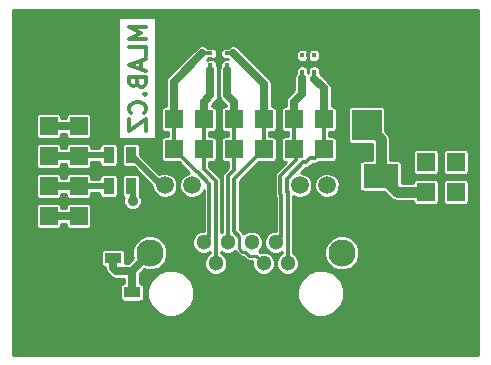
<source format=gbr>
G04 #@! TF.FileFunction,Copper,L2,Bot,Signal*
%FSLAX46Y46*%
G04 Gerber Fmt 4.6, Leading zero omitted, Abs format (unit mm)*
G04 Created by KiCad (PCBNEW 4.0.1-stable) date 18. 2. 2016 10:37:37*
%MOMM*%
G01*
G04 APERTURE LIST*
%ADD10C,0.300000*%
%ADD11R,0.299720X0.449580*%
%ADD12C,2.300000*%
%ADD13C,1.300000*%
%ADD14C,1.500000*%
%ADD15R,1.524000X1.524000*%
%ADD16R,1.397000X0.889000*%
%ADD17C,6.000000*%
%ADD18R,0.889000X1.397000*%
%ADD19R,2.499360X2.550160*%
%ADD20R,0.449580X0.299720*%
%ADD21R,3.000000X2.000000*%
%ADD22C,0.890000*%
%ADD23C,0.900000*%
%ADD24C,0.700000*%
%ADD25C,0.250000*%
%ADD26C,0.500000*%
%ADD27C,0.254000*%
G04 APERTURE END LIST*
D10*
X11872833Y28387928D02*
X10472833Y28387928D01*
X11472833Y27887928D01*
X10472833Y27387928D01*
X11872833Y27387928D01*
X11872833Y25959356D02*
X11872833Y26673642D01*
X10472833Y26673642D01*
X11472833Y25530785D02*
X11472833Y24816499D01*
X11872833Y25673642D02*
X10472833Y25173642D01*
X11872833Y24673642D01*
X11139500Y23673642D02*
X11206167Y23459356D01*
X11272833Y23387928D01*
X11406167Y23316499D01*
X11606167Y23316499D01*
X11739500Y23387928D01*
X11806167Y23459356D01*
X11872833Y23602214D01*
X11872833Y24173642D01*
X10472833Y24173642D01*
X10472833Y23673642D01*
X10539500Y23530785D01*
X10606167Y23459356D01*
X10739500Y23387928D01*
X10872833Y23387928D01*
X11006167Y23459356D01*
X11072833Y23530785D01*
X11139500Y23673642D01*
X11139500Y24173642D01*
X11739500Y22673642D02*
X11806167Y22602214D01*
X11872833Y22673642D01*
X11806167Y22745071D01*
X11739500Y22673642D01*
X11872833Y22673642D01*
X11739500Y21102213D02*
X11806167Y21173642D01*
X11872833Y21387928D01*
X11872833Y21530785D01*
X11806167Y21745070D01*
X11672833Y21887928D01*
X11539500Y21959356D01*
X11272833Y22030785D01*
X11072833Y22030785D01*
X10806167Y21959356D01*
X10672833Y21887928D01*
X10539500Y21745070D01*
X10472833Y21530785D01*
X10472833Y21387928D01*
X10539500Y21173642D01*
X10606167Y21102213D01*
X10472833Y20602213D02*
X10472833Y19602213D01*
X11872833Y20602213D01*
X11872833Y19602213D01*
D11*
X25090120Y25974040D03*
X26090880Y25974040D03*
X25090120Y24571960D03*
X25590500Y25974040D03*
X26090880Y24571960D03*
D12*
X28450000Y9272000D03*
X12190000Y9272000D03*
D13*
X17780000Y8382000D03*
X19810000Y8382000D03*
X21840000Y8382000D03*
X23870000Y8382000D03*
X16760000Y10162000D03*
X18790000Y10162000D03*
X20820000Y10162000D03*
X22850000Y10162000D03*
D14*
X27180000Y14982000D03*
X24890000Y14982000D03*
X15750000Y14982000D03*
X13460000Y14982000D03*
D15*
X35560000Y19494500D03*
X38100000Y19494500D03*
X35560000Y16954500D03*
X38100000Y16954500D03*
X35560000Y14414500D03*
X38100000Y14414500D03*
X35560000Y11874500D03*
X38100000Y11874500D03*
D16*
X10668000Y5905500D03*
X10668000Y4000500D03*
D15*
X6159500Y12382500D03*
X3619500Y12382500D03*
X6159500Y14922500D03*
X3619500Y14922500D03*
X6159500Y17462500D03*
X3619500Y17462500D03*
X14224000Y18034000D03*
X14224000Y20574000D03*
X16764000Y18034000D03*
X16764000Y20574000D03*
D17*
X5080000Y25400000D03*
X35560000Y5080000D03*
X5080000Y5080000D03*
X35560000Y25400000D03*
D18*
X8699500Y14922500D03*
X10604500Y14922500D03*
X8699500Y17526000D03*
X10604500Y17526000D03*
D16*
X9080500Y10731500D03*
X9080500Y8826500D03*
D15*
X6159500Y20002500D03*
X3619500Y20002500D03*
D19*
X30543500Y25130760D03*
X30543500Y20081240D03*
D15*
X19304000Y18034000D03*
X19304000Y20574000D03*
X21844000Y18034000D03*
X21844000Y20574000D03*
X26924000Y18034000D03*
X26924000Y20574000D03*
X24384000Y18034000D03*
X24384000Y20574000D03*
D20*
X17332960Y25153620D03*
X17332960Y26154380D03*
X18735040Y25153620D03*
X17332960Y25654000D03*
X18735040Y26154380D03*
D21*
X31750000Y9763500D03*
X31750000Y15763500D03*
D22*
X10731500Y13652500D03*
D23*
X31750000Y15763500D02*
X31750000Y18874740D01*
X31750000Y18874740D02*
X30543500Y20081240D01*
X35560000Y14414500D02*
X33099000Y14414500D01*
X33099000Y14414500D02*
X31750000Y15763500D01*
D24*
X14224000Y20574000D02*
X14224000Y23749000D01*
X14224000Y23749000D02*
X16637000Y26162000D01*
D10*
X16800550Y26162000D02*
X16637000Y26162000D01*
X17332960Y26154380D02*
X16808170Y26154380D01*
X16808170Y26154380D02*
X16800550Y26162000D01*
X14224000Y18034000D02*
X14224000Y20574000D01*
X16760000Y10162000D02*
X17230001Y10632001D01*
X16175999Y16082001D02*
X14224000Y18034000D01*
X17230001Y10632001D02*
X17230001Y15130001D01*
X17230001Y15130001D02*
X16278001Y16082001D01*
X16278001Y16082001D02*
X16175999Y16082001D01*
D24*
X16764000Y20574000D02*
X16764000Y22036000D01*
X17332960Y22604960D02*
X17332960Y24703760D01*
X16764000Y22036000D02*
X17332960Y22604960D01*
D10*
X17332960Y25153620D02*
X17332960Y24703760D01*
X17332960Y24703760D02*
X17335500Y24701220D01*
X17332960Y21142960D02*
X16764000Y20574000D01*
X16764000Y18034000D02*
X16764000Y20574000D01*
X17780000Y15357806D02*
X16764000Y16373806D01*
X16764000Y16373806D02*
X16764000Y18034000D01*
X17780000Y8382000D02*
X17780000Y15357806D01*
D24*
X21844000Y20574000D02*
X21844000Y23570210D01*
X21844000Y23570210D02*
X19259830Y26154380D01*
D10*
X18735040Y26154380D02*
X19259830Y26154380D01*
X19259830Y26154380D02*
X19267450Y26162000D01*
X21844000Y18034000D02*
X21844000Y20574000D01*
D25*
X19790001Y10642001D02*
X19790001Y9618119D01*
X19790001Y9618119D02*
X20033581Y9374539D01*
X20033581Y9374539D02*
X20236781Y9374539D01*
X21840000Y8382000D02*
X21190001Y9031999D01*
X21190001Y9031999D02*
X20579321Y9031999D01*
X20579321Y9031999D02*
X20236781Y9374539D01*
D10*
X19339999Y11092003D02*
X19790001Y10642001D01*
X19339999Y15529999D02*
X19339999Y11092003D01*
X19339999Y15529999D02*
X19692908Y15882908D01*
X19692908Y15882908D02*
X21844000Y18034000D01*
D24*
X19304000Y20574000D02*
X19304000Y22036000D01*
X19304000Y22036000D02*
X18735040Y22604960D01*
X18735040Y22604960D02*
X18735040Y24767540D01*
D10*
X18735040Y25153620D02*
X18735040Y24767540D01*
X19304000Y18034000D02*
X19304000Y20574000D01*
X18790000Y15757817D02*
X19304000Y16271817D01*
X18790000Y10162000D02*
X18790000Y15757817D01*
X19304000Y16271817D02*
X19304000Y18034000D01*
X24384000Y18034000D02*
X24384000Y17462500D01*
X23240009Y14226185D02*
X23320001Y14146193D01*
X24384000Y17462500D02*
X24574500Y17272000D01*
X23320001Y15834909D02*
X23320001Y15817807D01*
X24574500Y17272000D02*
X24574500Y17089408D01*
X24574500Y17089408D02*
X23320001Y15834909D01*
X23320001Y15817807D02*
X23240008Y15737814D01*
X23240008Y15737814D02*
X23240009Y14226185D01*
X23320001Y14146193D02*
X23320001Y10632001D01*
X23320001Y10632001D02*
X22850000Y10162000D01*
D24*
X24384000Y20574000D02*
X24384000Y22036000D01*
X24384000Y22036000D02*
X25090120Y22742120D01*
X25090120Y22742120D02*
X25090120Y24047170D01*
D10*
X25090120Y24571960D02*
X25090120Y24047170D01*
X25090120Y24047170D02*
X25082500Y24039550D01*
X22852380Y10159620D02*
X22850000Y10162000D01*
X24384000Y18034000D02*
X24384000Y20574000D01*
X26924000Y18034000D02*
X26162000Y17272000D01*
X26162000Y17272000D02*
X25776002Y17272000D01*
X23870000Y15607092D02*
X23870000Y15590002D01*
X25776002Y17272000D02*
X25426001Y16921999D01*
X25426001Y16921999D02*
X25184907Y16921999D01*
X23870000Y15590002D02*
X23789999Y15510001D01*
X25184907Y16921999D02*
X23870000Y15607092D01*
X23789999Y15510001D02*
X23789999Y14453999D01*
X23789999Y14453999D02*
X23870000Y14373998D01*
X23870000Y14373998D02*
X23870000Y10632000D01*
X23870000Y10632000D02*
X23870000Y8382000D01*
D24*
X26924000Y20574000D02*
X26924000Y23177500D01*
X26924000Y23177500D02*
X26090880Y24010620D01*
D10*
X26090880Y24571960D02*
X26090880Y24010620D01*
X26924000Y18034000D02*
X26924000Y20574000D01*
D24*
X9331500Y7750000D02*
X9080500Y8001000D01*
X9080500Y8001000D02*
X9080500Y8826500D01*
X10668000Y7750000D02*
X9331500Y7750000D01*
X10668000Y5905500D02*
X10668000Y7750000D01*
X10668000Y7750000D02*
X12190000Y9272000D01*
X11744500Y8826500D02*
X12190000Y9272000D01*
X3619500Y20002500D02*
X6159500Y20002500D01*
X3619500Y12382500D02*
X6159500Y12382500D01*
X3619500Y14922500D02*
X6159500Y14922500D01*
D26*
X8699500Y14922500D02*
X6159500Y14922500D01*
D24*
X3619500Y17462500D02*
X6159500Y17462500D01*
D26*
X8699500Y17526000D02*
X6223000Y17526000D01*
X6223000Y17526000D02*
X6159500Y17462500D01*
X10731500Y13652500D02*
X10731500Y14795500D01*
X10731500Y14795500D02*
X10604500Y14922500D01*
X13460000Y14982000D02*
X13148500Y14982000D01*
X13148500Y14982000D02*
X10604500Y17526000D01*
D27*
G36*
X40009000Y631000D02*
X631000Y631000D01*
X631000Y9271000D01*
X8048594Y9271000D01*
X8048594Y8382000D01*
X8071395Y8260821D01*
X8143012Y8149526D01*
X8252286Y8074862D01*
X8382000Y8048594D01*
X8403500Y8048594D01*
X8403500Y8001000D01*
X8455034Y7741923D01*
X8601789Y7522289D01*
X8852789Y7271288D01*
X9072424Y7124533D01*
X9331500Y7073000D01*
X9991000Y7073000D01*
X9991000Y6683406D01*
X9969500Y6683406D01*
X9848321Y6660605D01*
X9737026Y6588988D01*
X9662362Y6479714D01*
X9636094Y6350000D01*
X9636094Y5461000D01*
X9658895Y5339821D01*
X9730512Y5228526D01*
X9839786Y5153862D01*
X9969500Y5127594D01*
X11366500Y5127594D01*
X11487679Y5150395D01*
X11598974Y5222012D01*
X11673638Y5331286D01*
X11697774Y5450476D01*
X11992657Y5450476D01*
X12293003Y4723582D01*
X12848657Y4166958D01*
X13575025Y3865344D01*
X14361524Y3864657D01*
X15088418Y4165003D01*
X15645042Y4720657D01*
X15946656Y5447025D01*
X15946659Y5450476D01*
X24692657Y5450476D01*
X24993003Y4723582D01*
X25548657Y4166958D01*
X26275025Y3865344D01*
X27061524Y3864657D01*
X27788418Y4165003D01*
X28345042Y4720657D01*
X28646656Y5447025D01*
X28647343Y6233524D01*
X28346997Y6960418D01*
X27791343Y7517042D01*
X27064975Y7818656D01*
X26278476Y7819343D01*
X25551582Y7518997D01*
X24994958Y6963343D01*
X24693344Y6236975D01*
X24692657Y5450476D01*
X15946659Y5450476D01*
X15947343Y6233524D01*
X15646997Y6960418D01*
X15091343Y7517042D01*
X14364975Y7818656D01*
X13578476Y7819343D01*
X12851582Y7518997D01*
X12294958Y6963343D01*
X11993344Y6236975D01*
X11992657Y5450476D01*
X11697774Y5450476D01*
X11699906Y5461000D01*
X11699906Y6350000D01*
X11677105Y6471179D01*
X11605488Y6582474D01*
X11496214Y6657138D01*
X11366500Y6683406D01*
X11345000Y6683406D01*
X11345000Y7469578D01*
X11736472Y7861050D01*
X11894918Y7795257D01*
X12482505Y7794744D01*
X13025560Y8019130D01*
X13441409Y8434254D01*
X13666743Y8976918D01*
X13667256Y9564505D01*
X13442870Y10107560D01*
X13027746Y10523409D01*
X12485082Y10748743D01*
X11897495Y10749256D01*
X11354440Y10524870D01*
X10938591Y10109746D01*
X10713257Y9567082D01*
X10712744Y8979495D01*
X10779211Y8818633D01*
X10387578Y8427000D01*
X10112406Y8427000D01*
X10112406Y9271000D01*
X10089605Y9392179D01*
X10017988Y9503474D01*
X9908714Y9578138D01*
X9779000Y9604406D01*
X8382000Y9604406D01*
X8260821Y9581605D01*
X8149526Y9509988D01*
X8074862Y9400714D01*
X8048594Y9271000D01*
X631000Y9271000D01*
X631000Y13144500D01*
X2524094Y13144500D01*
X2524094Y11620500D01*
X2546895Y11499321D01*
X2618512Y11388026D01*
X2727786Y11313362D01*
X2857500Y11287094D01*
X4381500Y11287094D01*
X4502679Y11309895D01*
X4613974Y11381512D01*
X4688638Y11490786D01*
X4714906Y11620500D01*
X4714906Y11705500D01*
X5064094Y11705500D01*
X5064094Y11620500D01*
X5086895Y11499321D01*
X5158512Y11388026D01*
X5267786Y11313362D01*
X5397500Y11287094D01*
X6921500Y11287094D01*
X7042679Y11309895D01*
X7153974Y11381512D01*
X7228638Y11490786D01*
X7254906Y11620500D01*
X7254906Y13144500D01*
X7232105Y13265679D01*
X7160488Y13376974D01*
X7051214Y13451638D01*
X6921500Y13477906D01*
X5397500Y13477906D01*
X5276321Y13455105D01*
X5165026Y13383488D01*
X5090362Y13274214D01*
X5064094Y13144500D01*
X5064094Y13059500D01*
X4714906Y13059500D01*
X4714906Y13144500D01*
X4692105Y13265679D01*
X4620488Y13376974D01*
X4511214Y13451638D01*
X4381500Y13477906D01*
X2857500Y13477906D01*
X2736321Y13455105D01*
X2625026Y13383488D01*
X2550362Y13274214D01*
X2524094Y13144500D01*
X631000Y13144500D01*
X631000Y15684500D01*
X2524094Y15684500D01*
X2524094Y14160500D01*
X2546895Y14039321D01*
X2618512Y13928026D01*
X2727786Y13853362D01*
X2857500Y13827094D01*
X4381500Y13827094D01*
X4502679Y13849895D01*
X4613974Y13921512D01*
X4688638Y14030786D01*
X4714906Y14160500D01*
X4714906Y14245500D01*
X5064094Y14245500D01*
X5064094Y14160500D01*
X5086895Y14039321D01*
X5158512Y13928026D01*
X5267786Y13853362D01*
X5397500Y13827094D01*
X6921500Y13827094D01*
X7042679Y13849895D01*
X7153974Y13921512D01*
X7228638Y14030786D01*
X7254906Y14160500D01*
X7254906Y14345500D01*
X7921594Y14345500D01*
X7921594Y14224000D01*
X7944395Y14102821D01*
X8016012Y13991526D01*
X8125286Y13916862D01*
X8255000Y13890594D01*
X9144000Y13890594D01*
X9265179Y13913395D01*
X9376474Y13985012D01*
X9451138Y14094286D01*
X9477406Y14224000D01*
X9477406Y15621000D01*
X9826594Y15621000D01*
X9826594Y14224000D01*
X9849395Y14102821D01*
X9921012Y13991526D01*
X10010872Y13930127D01*
X9959635Y13806734D01*
X9959367Y13499613D01*
X10076649Y13215769D01*
X10293626Y12998412D01*
X10577266Y12880635D01*
X10884387Y12880367D01*
X11168231Y12997649D01*
X11385588Y13214626D01*
X11503365Y13498266D01*
X11503633Y13805387D01*
X11386351Y14089231D01*
X11360382Y14115245D01*
X11382406Y14224000D01*
X11382406Y15621000D01*
X11359605Y15742179D01*
X11287988Y15853474D01*
X11178714Y15928138D01*
X11049000Y15954406D01*
X10160000Y15954406D01*
X10038821Y15931605D01*
X9927526Y15859988D01*
X9852862Y15750714D01*
X9826594Y15621000D01*
X9477406Y15621000D01*
X9454605Y15742179D01*
X9382988Y15853474D01*
X9273714Y15928138D01*
X9144000Y15954406D01*
X8255000Y15954406D01*
X8133821Y15931605D01*
X8022526Y15859988D01*
X7947862Y15750714D01*
X7921594Y15621000D01*
X7921594Y15499500D01*
X7254906Y15499500D01*
X7254906Y15684500D01*
X7232105Y15805679D01*
X7160488Y15916974D01*
X7051214Y15991638D01*
X6921500Y16017906D01*
X5397500Y16017906D01*
X5276321Y15995105D01*
X5165026Y15923488D01*
X5090362Y15814214D01*
X5064094Y15684500D01*
X5064094Y15599500D01*
X4714906Y15599500D01*
X4714906Y15684500D01*
X4692105Y15805679D01*
X4620488Y15916974D01*
X4511214Y15991638D01*
X4381500Y16017906D01*
X2857500Y16017906D01*
X2736321Y15995105D01*
X2625026Y15923488D01*
X2550362Y15814214D01*
X2524094Y15684500D01*
X631000Y15684500D01*
X631000Y18224500D01*
X2524094Y18224500D01*
X2524094Y16700500D01*
X2546895Y16579321D01*
X2618512Y16468026D01*
X2727786Y16393362D01*
X2857500Y16367094D01*
X4381500Y16367094D01*
X4502679Y16389895D01*
X4613974Y16461512D01*
X4688638Y16570786D01*
X4714906Y16700500D01*
X4714906Y16785500D01*
X5064094Y16785500D01*
X5064094Y16700500D01*
X5086895Y16579321D01*
X5158512Y16468026D01*
X5267786Y16393362D01*
X5397500Y16367094D01*
X6921500Y16367094D01*
X7042679Y16389895D01*
X7153974Y16461512D01*
X7228638Y16570786D01*
X7254906Y16700500D01*
X7254906Y16949000D01*
X7921594Y16949000D01*
X7921594Y16827500D01*
X7944395Y16706321D01*
X8016012Y16595026D01*
X8125286Y16520362D01*
X8255000Y16494094D01*
X9144000Y16494094D01*
X9265179Y16516895D01*
X9376474Y16588512D01*
X9451138Y16697786D01*
X9477406Y16827500D01*
X9477406Y18224500D01*
X9826594Y18224500D01*
X9826594Y16827500D01*
X9849395Y16706321D01*
X9921012Y16595026D01*
X10030286Y16520362D01*
X10160000Y16494094D01*
X10820404Y16494094D01*
X12382955Y14931544D01*
X12382813Y14768711D01*
X12546431Y14372725D01*
X12849132Y14069496D01*
X13244832Y13905187D01*
X13673289Y13904813D01*
X14069275Y14068431D01*
X14372504Y14371132D01*
X14536813Y14766832D01*
X14537187Y15195289D01*
X14373569Y15591275D01*
X14070868Y15894504D01*
X13675168Y16058813D01*
X13246711Y16059187D01*
X12992395Y15954106D01*
X11382406Y17564096D01*
X11382406Y18224500D01*
X11359605Y18345679D01*
X11287988Y18456974D01*
X11178714Y18531638D01*
X11049000Y18557906D01*
X10160000Y18557906D01*
X10038821Y18535105D01*
X9927526Y18463488D01*
X9852862Y18354214D01*
X9826594Y18224500D01*
X9477406Y18224500D01*
X9454605Y18345679D01*
X9382988Y18456974D01*
X9273714Y18531638D01*
X9144000Y18557906D01*
X8255000Y18557906D01*
X8133821Y18535105D01*
X8022526Y18463488D01*
X7947862Y18354214D01*
X7921594Y18224500D01*
X7921594Y18103000D01*
X7254906Y18103000D01*
X7254906Y18224500D01*
X7232105Y18345679D01*
X7160488Y18456974D01*
X7051214Y18531638D01*
X6921500Y18557906D01*
X5397500Y18557906D01*
X5276321Y18535105D01*
X5165026Y18463488D01*
X5090362Y18354214D01*
X5064094Y18224500D01*
X5064094Y18139500D01*
X4714906Y18139500D01*
X4714906Y18224500D01*
X4692105Y18345679D01*
X4620488Y18456974D01*
X4511214Y18531638D01*
X4381500Y18557906D01*
X2857500Y18557906D01*
X2736321Y18535105D01*
X2625026Y18463488D01*
X2550362Y18354214D01*
X2524094Y18224500D01*
X631000Y18224500D01*
X631000Y20764500D01*
X2524094Y20764500D01*
X2524094Y19240500D01*
X2546895Y19119321D01*
X2618512Y19008026D01*
X2727786Y18933362D01*
X2857500Y18907094D01*
X4381500Y18907094D01*
X4502679Y18929895D01*
X4613974Y19001512D01*
X4688638Y19110786D01*
X4714906Y19240500D01*
X4714906Y19325500D01*
X5064094Y19325500D01*
X5064094Y19240500D01*
X5086895Y19119321D01*
X5158512Y19008026D01*
X5267786Y18933362D01*
X5397500Y18907094D01*
X6921500Y18907094D01*
X7042679Y18929895D01*
X7153974Y19001512D01*
X7228638Y19110786D01*
X7254906Y19240500D01*
X7254906Y20764500D01*
X7232105Y20885679D01*
X7160488Y20996974D01*
X7051214Y21071638D01*
X6921500Y21097906D01*
X5397500Y21097906D01*
X5276321Y21075105D01*
X5165026Y21003488D01*
X5090362Y20894214D01*
X5064094Y20764500D01*
X5064094Y20679500D01*
X4714906Y20679500D01*
X4714906Y20764500D01*
X4692105Y20885679D01*
X4620488Y20996974D01*
X4511214Y21071638D01*
X4381500Y21097906D01*
X2857500Y21097906D01*
X2736321Y21075105D01*
X2625026Y21003488D01*
X2550362Y20894214D01*
X2524094Y20764500D01*
X631000Y20764500D01*
X631000Y29222072D01*
X9482500Y29222072D01*
X9482500Y18910929D01*
X12696500Y18910929D01*
X12696500Y21336000D01*
X13128594Y21336000D01*
X13128594Y19812000D01*
X13151395Y19690821D01*
X13223012Y19579526D01*
X13332286Y19504862D01*
X13462000Y19478594D01*
X13747000Y19478594D01*
X13747000Y19129406D01*
X13462000Y19129406D01*
X13340821Y19106605D01*
X13229526Y19034988D01*
X13154862Y18925714D01*
X13128594Y18796000D01*
X13128594Y17272000D01*
X13151395Y17150821D01*
X13223012Y17039526D01*
X13332286Y16964862D01*
X13462000Y16938594D01*
X14644826Y16938594D01*
X15527881Y16055539D01*
X15140725Y15895569D01*
X14837496Y15592868D01*
X14673187Y15197168D01*
X14672813Y14768711D01*
X14836431Y14372725D01*
X15139132Y14069496D01*
X15534832Y13905187D01*
X15963289Y13904813D01*
X16359275Y14068431D01*
X16662504Y14371132D01*
X16753001Y14589073D01*
X16753001Y11139007D01*
X16566515Y11139170D01*
X16207297Y10990744D01*
X15932222Y10716149D01*
X15783170Y10357190D01*
X15782830Y9968515D01*
X15931256Y9609297D01*
X16205851Y9334222D01*
X16564810Y9185170D01*
X16953485Y9184830D01*
X17303000Y9329247D01*
X17303000Y9242024D01*
X17227297Y9210744D01*
X16952222Y8936149D01*
X16803170Y8577190D01*
X16802830Y8188515D01*
X16951256Y7829297D01*
X17225851Y7554222D01*
X17584810Y7405170D01*
X17973485Y7404830D01*
X18332703Y7553256D01*
X18607778Y7827851D01*
X18756830Y8186810D01*
X18757170Y8575485D01*
X18608744Y8934703D01*
X18334149Y9209778D01*
X18257000Y9241813D01*
X18257000Y9325440D01*
X18594810Y9185170D01*
X18983485Y9184830D01*
X19342703Y9333256D01*
X19405370Y9395814D01*
X19470389Y9298507D01*
X19713969Y9054927D01*
X19860608Y8956945D01*
X20033581Y8922539D01*
X20049557Y8922539D01*
X20259709Y8712387D01*
X20406348Y8614405D01*
X20579321Y8579999D01*
X20864336Y8579999D01*
X20863170Y8577190D01*
X20862830Y8188515D01*
X21011256Y7829297D01*
X21285851Y7554222D01*
X21644810Y7405170D01*
X22033485Y7404830D01*
X22392703Y7553256D01*
X22667778Y7827851D01*
X22816830Y8186810D01*
X22817170Y8575485D01*
X22668744Y8934703D01*
X22394149Y9209778D01*
X22035190Y9358830D01*
X21646515Y9359170D01*
X21544292Y9316932D01*
X21509613Y9351611D01*
X21438614Y9399052D01*
X21647778Y9607851D01*
X21796830Y9966810D01*
X21796831Y9968515D01*
X21872830Y9968515D01*
X22021256Y9609297D01*
X22295851Y9334222D01*
X22654810Y9185170D01*
X23043485Y9184830D01*
X23393000Y9329247D01*
X23393000Y9242024D01*
X23317297Y9210744D01*
X23042222Y8936149D01*
X22893170Y8577190D01*
X22892830Y8188515D01*
X23041256Y7829297D01*
X23315851Y7554222D01*
X23674810Y7405170D01*
X24063485Y7404830D01*
X24422703Y7553256D01*
X24697778Y7827851D01*
X24846830Y8186810D01*
X24847170Y8575485D01*
X24698744Y8934703D01*
X24654031Y8979495D01*
X26972744Y8979495D01*
X27197130Y8436440D01*
X27612254Y8020591D01*
X28154918Y7795257D01*
X28742505Y7794744D01*
X29285560Y8019130D01*
X29701409Y8434254D01*
X29926743Y8976918D01*
X29927256Y9564505D01*
X29702870Y10107560D01*
X29287746Y10523409D01*
X28745082Y10748743D01*
X28157495Y10749256D01*
X27614440Y10524870D01*
X27198591Y10109746D01*
X26973257Y9567082D01*
X26972744Y8979495D01*
X24654031Y8979495D01*
X24424149Y9209778D01*
X24347000Y9241813D01*
X24347000Y14041315D01*
X24674832Y13905187D01*
X25103289Y13904813D01*
X25499275Y14068431D01*
X25802504Y14371132D01*
X25966813Y14766832D01*
X25966814Y14768711D01*
X26102813Y14768711D01*
X26266431Y14372725D01*
X26569132Y14069496D01*
X26964832Y13905187D01*
X27393289Y13904813D01*
X27789275Y14068431D01*
X28092504Y14371132D01*
X28256813Y14766832D01*
X28257187Y15195289D01*
X28093569Y15591275D01*
X27790868Y15894504D01*
X27395168Y16058813D01*
X26966711Y16059187D01*
X26570725Y15895569D01*
X26267496Y15592868D01*
X26103187Y15197168D01*
X26102813Y14768711D01*
X25966814Y14768711D01*
X25967187Y15195289D01*
X25803569Y15591275D01*
X25500868Y15894504D01*
X25105168Y16058813D01*
X24996396Y16058908D01*
X25382487Y16444999D01*
X25426001Y16444999D01*
X25608541Y16481308D01*
X25763291Y16584709D01*
X25973582Y16795000D01*
X26162000Y16795000D01*
X26344540Y16831309D01*
X26499290Y16934710D01*
X26503174Y16938594D01*
X27686000Y16938594D01*
X27807179Y16961395D01*
X27918474Y17033012D01*
X27993138Y17142286D01*
X28019406Y17272000D01*
X28019406Y18796000D01*
X27996605Y18917179D01*
X27924988Y19028474D01*
X27815714Y19103138D01*
X27686000Y19129406D01*
X27401000Y19129406D01*
X27401000Y19478594D01*
X27686000Y19478594D01*
X27807179Y19501395D01*
X27918474Y19573012D01*
X27993138Y19682286D01*
X28019406Y19812000D01*
X28019406Y21336000D01*
X28015583Y21356320D01*
X28960414Y21356320D01*
X28960414Y18806160D01*
X28983215Y18684981D01*
X29054832Y18573686D01*
X29164106Y18499022D01*
X29293820Y18472754D01*
X30973000Y18472754D01*
X30973000Y17096906D01*
X30250000Y17096906D01*
X30128821Y17074105D01*
X30017526Y17002488D01*
X29942862Y16893214D01*
X29916594Y16763500D01*
X29916594Y14763500D01*
X29939395Y14642321D01*
X30011012Y14531026D01*
X30120286Y14456362D01*
X30250000Y14430094D01*
X31984562Y14430094D01*
X32549578Y13865078D01*
X32801655Y13696646D01*
X33099000Y13637500D01*
X34467416Y13637500D01*
X34487395Y13531321D01*
X34559012Y13420026D01*
X34668286Y13345362D01*
X34798000Y13319094D01*
X36322000Y13319094D01*
X36443179Y13341895D01*
X36554474Y13413512D01*
X36629138Y13522786D01*
X36655406Y13652500D01*
X36655406Y15176500D01*
X37004594Y15176500D01*
X37004594Y13652500D01*
X37027395Y13531321D01*
X37099012Y13420026D01*
X37208286Y13345362D01*
X37338000Y13319094D01*
X38862000Y13319094D01*
X38983179Y13341895D01*
X39094474Y13413512D01*
X39169138Y13522786D01*
X39195406Y13652500D01*
X39195406Y15176500D01*
X39172605Y15297679D01*
X39100988Y15408974D01*
X38991714Y15483638D01*
X38862000Y15509906D01*
X37338000Y15509906D01*
X37216821Y15487105D01*
X37105526Y15415488D01*
X37030862Y15306214D01*
X37004594Y15176500D01*
X36655406Y15176500D01*
X36632605Y15297679D01*
X36560988Y15408974D01*
X36451714Y15483638D01*
X36322000Y15509906D01*
X34798000Y15509906D01*
X34676821Y15487105D01*
X34565526Y15415488D01*
X34490862Y15306214D01*
X34467632Y15191500D01*
X33583406Y15191500D01*
X33583406Y16763500D01*
X33560605Y16884679D01*
X33488988Y16995974D01*
X33379714Y17070638D01*
X33250000Y17096906D01*
X32527000Y17096906D01*
X32527000Y17716500D01*
X34464594Y17716500D01*
X34464594Y16192500D01*
X34487395Y16071321D01*
X34559012Y15960026D01*
X34668286Y15885362D01*
X34798000Y15859094D01*
X36322000Y15859094D01*
X36443179Y15881895D01*
X36554474Y15953512D01*
X36629138Y16062786D01*
X36655406Y16192500D01*
X36655406Y17716500D01*
X37004594Y17716500D01*
X37004594Y16192500D01*
X37027395Y16071321D01*
X37099012Y15960026D01*
X37208286Y15885362D01*
X37338000Y15859094D01*
X38862000Y15859094D01*
X38983179Y15881895D01*
X39094474Y15953512D01*
X39169138Y16062786D01*
X39195406Y16192500D01*
X39195406Y17716500D01*
X39172605Y17837679D01*
X39100988Y17948974D01*
X38991714Y18023638D01*
X38862000Y18049906D01*
X37338000Y18049906D01*
X37216821Y18027105D01*
X37105526Y17955488D01*
X37030862Y17846214D01*
X37004594Y17716500D01*
X36655406Y17716500D01*
X36632605Y17837679D01*
X36560988Y17948974D01*
X36451714Y18023638D01*
X36322000Y18049906D01*
X34798000Y18049906D01*
X34676821Y18027105D01*
X34565526Y17955488D01*
X34490862Y17846214D01*
X34464594Y17716500D01*
X32527000Y17716500D01*
X32527000Y18874740D01*
X32467854Y19172085D01*
X32299422Y19424162D01*
X32126586Y19596998D01*
X32126586Y21356320D01*
X32103785Y21477499D01*
X32032168Y21588794D01*
X31922894Y21663458D01*
X31793180Y21689726D01*
X29293820Y21689726D01*
X29172641Y21666925D01*
X29061346Y21595308D01*
X28986682Y21486034D01*
X28960414Y21356320D01*
X28015583Y21356320D01*
X27996605Y21457179D01*
X27924988Y21568474D01*
X27815714Y21643138D01*
X27686000Y21669406D01*
X27601000Y21669406D01*
X27601000Y23177500D01*
X27582543Y23270289D01*
X27549467Y23436576D01*
X27402712Y23656211D01*
X26574146Y24484776D01*
X26574146Y24796750D01*
X26551345Y24917929D01*
X26479728Y25029224D01*
X26370454Y25103888D01*
X26240740Y25130156D01*
X25941020Y25130156D01*
X25819841Y25107355D01*
X25708546Y25035738D01*
X25633882Y24926464D01*
X25607614Y24796750D01*
X25607614Y24482514D01*
X25602711Y24475176D01*
X25573386Y24519064D01*
X25573386Y24796750D01*
X25550585Y24917929D01*
X25478968Y25029224D01*
X25369694Y25103888D01*
X25239980Y25130156D01*
X24940260Y25130156D01*
X24819081Y25107355D01*
X24707786Y25035738D01*
X24633122Y24926464D01*
X24606854Y24796750D01*
X24606854Y24519064D01*
X24464654Y24306247D01*
X24413120Y24047170D01*
X24413120Y23022543D01*
X23905289Y22514711D01*
X23758534Y22295077D01*
X23707000Y22036000D01*
X23707000Y21669406D01*
X23622000Y21669406D01*
X23500821Y21646605D01*
X23389526Y21574988D01*
X23314862Y21465714D01*
X23288594Y21336000D01*
X23288594Y19812000D01*
X23311395Y19690821D01*
X23383012Y19579526D01*
X23492286Y19504862D01*
X23622000Y19478594D01*
X23907000Y19478594D01*
X23907000Y19129406D01*
X23622000Y19129406D01*
X23500821Y19106605D01*
X23389526Y19034988D01*
X23314862Y18925714D01*
X23288594Y18796000D01*
X23288594Y17272000D01*
X23311395Y17150821D01*
X23383012Y17039526D01*
X23492286Y16964862D01*
X23622000Y16938594D01*
X23749106Y16938594D01*
X22982711Y16172199D01*
X22948273Y16120659D01*
X22902718Y16075104D01*
X22799317Y15920354D01*
X22763008Y15737814D01*
X22763009Y14226185D01*
X22799318Y14043645D01*
X22843001Y13978269D01*
X22843001Y11139007D01*
X22656515Y11139170D01*
X22297297Y10990744D01*
X22022222Y10716149D01*
X21873170Y10357190D01*
X21872830Y9968515D01*
X21796831Y9968515D01*
X21797170Y10355485D01*
X21648744Y10714703D01*
X21374149Y10989778D01*
X21015190Y11138830D01*
X20626515Y11139170D01*
X20267297Y10990744D01*
X20178720Y10902322D01*
X20127291Y10979291D01*
X19816999Y11289583D01*
X19816999Y15332419D01*
X21423174Y16938594D01*
X22606000Y16938594D01*
X22727179Y16961395D01*
X22838474Y17033012D01*
X22913138Y17142286D01*
X22939406Y17272000D01*
X22939406Y18796000D01*
X22916605Y18917179D01*
X22844988Y19028474D01*
X22735714Y19103138D01*
X22606000Y19129406D01*
X22321000Y19129406D01*
X22321000Y19478594D01*
X22606000Y19478594D01*
X22727179Y19501395D01*
X22838474Y19573012D01*
X22913138Y19682286D01*
X22939406Y19812000D01*
X22939406Y21336000D01*
X22916605Y21457179D01*
X22844988Y21568474D01*
X22735714Y21643138D01*
X22606000Y21669406D01*
X22521000Y21669406D01*
X22521000Y23570210D01*
X22469466Y23829287D01*
X22322711Y24048921D01*
X20172802Y26198830D01*
X24606854Y26198830D01*
X24606854Y25749250D01*
X24629655Y25628071D01*
X24701272Y25516776D01*
X24810546Y25442112D01*
X24940260Y25415844D01*
X25239980Y25415844D01*
X25361159Y25438645D01*
X25472454Y25510262D01*
X25547118Y25619536D01*
X25573386Y25749250D01*
X25573386Y26198830D01*
X25607614Y26198830D01*
X25607614Y25749250D01*
X25630415Y25628071D01*
X25702032Y25516776D01*
X25811306Y25442112D01*
X25941020Y25415844D01*
X26240740Y25415844D01*
X26361919Y25438645D01*
X26473214Y25510262D01*
X26547878Y25619536D01*
X26574146Y25749250D01*
X26574146Y26198830D01*
X26551345Y26320009D01*
X26479728Y26431304D01*
X26370454Y26505968D01*
X26240740Y26532236D01*
X25941020Y26532236D01*
X25819841Y26509435D01*
X25708546Y26437818D01*
X25633882Y26328544D01*
X25607614Y26198830D01*
X25573386Y26198830D01*
X25550585Y26320009D01*
X25478968Y26431304D01*
X25369694Y26505968D01*
X25239980Y26532236D01*
X24940260Y26532236D01*
X24819081Y26509435D01*
X24707786Y26437818D01*
X24633122Y26328544D01*
X24606854Y26198830D01*
X20172802Y26198830D01*
X19738541Y26633091D01*
X19518906Y26779846D01*
X19259830Y26831380D01*
X19000754Y26779846D01*
X18787936Y26637646D01*
X18510250Y26637646D01*
X18389071Y26614845D01*
X18277776Y26543228D01*
X18203112Y26433954D01*
X18176844Y26304240D01*
X18176844Y26004520D01*
X18199645Y25883341D01*
X18271262Y25772046D01*
X18380536Y25697382D01*
X18510250Y25671114D01*
X18785674Y25671114D01*
X18819902Y25636886D01*
X18510250Y25636886D01*
X18389071Y25614085D01*
X18277776Y25542468D01*
X18203112Y25433194D01*
X18176844Y25303480D01*
X18176844Y25127293D01*
X18109574Y25026617D01*
X18058040Y24767540D01*
X18058040Y22604960D01*
X18109574Y22345883D01*
X18256329Y22126249D01*
X18627000Y21755578D01*
X18627000Y21669406D01*
X18542000Y21669406D01*
X18420821Y21646605D01*
X18309526Y21574988D01*
X18234862Y21465714D01*
X18208594Y21336000D01*
X18208594Y19812000D01*
X18231395Y19690821D01*
X18303012Y19579526D01*
X18412286Y19504862D01*
X18542000Y19478594D01*
X18827000Y19478594D01*
X18827000Y19129406D01*
X18542000Y19129406D01*
X18420821Y19106605D01*
X18309526Y19034988D01*
X18234862Y18925714D01*
X18208594Y18796000D01*
X18208594Y17272000D01*
X18231395Y17150821D01*
X18303012Y17039526D01*
X18412286Y16964862D01*
X18542000Y16938594D01*
X18827000Y16938594D01*
X18827000Y16469397D01*
X18452710Y16095107D01*
X18349309Y15940357D01*
X18313000Y15757817D01*
X18313000Y11022024D01*
X18257000Y10998885D01*
X18257000Y15357806D01*
X18220691Y15540346D01*
X18117290Y15695096D01*
X17241000Y16571386D01*
X17241000Y16938594D01*
X17526000Y16938594D01*
X17647179Y16961395D01*
X17758474Y17033012D01*
X17833138Y17142286D01*
X17859406Y17272000D01*
X17859406Y18796000D01*
X17836605Y18917179D01*
X17764988Y19028474D01*
X17655714Y19103138D01*
X17526000Y19129406D01*
X17241000Y19129406D01*
X17241000Y19478594D01*
X17526000Y19478594D01*
X17647179Y19501395D01*
X17758474Y19573012D01*
X17833138Y19682286D01*
X17859406Y19812000D01*
X17859406Y21336000D01*
X17836605Y21457179D01*
X17764988Y21568474D01*
X17655714Y21643138D01*
X17526000Y21669406D01*
X17441000Y21669406D01*
X17441000Y21755578D01*
X17811671Y22126249D01*
X17958426Y22345883D01*
X18009960Y22604960D01*
X18009960Y24703760D01*
X17958426Y24962837D01*
X17891156Y25063513D01*
X17891156Y25303480D01*
X17868355Y25424659D01*
X17796738Y25535954D01*
X17687464Y25610618D01*
X17557750Y25636886D01*
X17108170Y25636886D01*
X17060302Y25627879D01*
X17104317Y25671894D01*
X17108170Y25671114D01*
X17557750Y25671114D01*
X17678929Y25693915D01*
X17790224Y25765532D01*
X17864888Y25874806D01*
X17891156Y26004520D01*
X17891156Y26304240D01*
X17868355Y26425419D01*
X17796738Y26536714D01*
X17687464Y26611378D01*
X17557750Y26637646D01*
X17117759Y26637646D01*
X17115711Y26640711D01*
X16896076Y26787466D01*
X16637000Y26838999D01*
X16377924Y26787466D01*
X16158288Y26640711D01*
X13745289Y24227711D01*
X13598534Y24008077D01*
X13547000Y23749000D01*
X13547000Y21669406D01*
X13462000Y21669406D01*
X13340821Y21646605D01*
X13229526Y21574988D01*
X13154862Y21465714D01*
X13128594Y21336000D01*
X12696500Y21336000D01*
X12696500Y29222072D01*
X9482500Y29222072D01*
X631000Y29222072D01*
X631000Y29847000D01*
X40009000Y29847000D01*
X40009000Y631000D01*
X40009000Y631000D01*
G37*
X40009000Y631000D02*
X631000Y631000D01*
X631000Y9271000D01*
X8048594Y9271000D01*
X8048594Y8382000D01*
X8071395Y8260821D01*
X8143012Y8149526D01*
X8252286Y8074862D01*
X8382000Y8048594D01*
X8403500Y8048594D01*
X8403500Y8001000D01*
X8455034Y7741923D01*
X8601789Y7522289D01*
X8852789Y7271288D01*
X9072424Y7124533D01*
X9331500Y7073000D01*
X9991000Y7073000D01*
X9991000Y6683406D01*
X9969500Y6683406D01*
X9848321Y6660605D01*
X9737026Y6588988D01*
X9662362Y6479714D01*
X9636094Y6350000D01*
X9636094Y5461000D01*
X9658895Y5339821D01*
X9730512Y5228526D01*
X9839786Y5153862D01*
X9969500Y5127594D01*
X11366500Y5127594D01*
X11487679Y5150395D01*
X11598974Y5222012D01*
X11673638Y5331286D01*
X11697774Y5450476D01*
X11992657Y5450476D01*
X12293003Y4723582D01*
X12848657Y4166958D01*
X13575025Y3865344D01*
X14361524Y3864657D01*
X15088418Y4165003D01*
X15645042Y4720657D01*
X15946656Y5447025D01*
X15946659Y5450476D01*
X24692657Y5450476D01*
X24993003Y4723582D01*
X25548657Y4166958D01*
X26275025Y3865344D01*
X27061524Y3864657D01*
X27788418Y4165003D01*
X28345042Y4720657D01*
X28646656Y5447025D01*
X28647343Y6233524D01*
X28346997Y6960418D01*
X27791343Y7517042D01*
X27064975Y7818656D01*
X26278476Y7819343D01*
X25551582Y7518997D01*
X24994958Y6963343D01*
X24693344Y6236975D01*
X24692657Y5450476D01*
X15946659Y5450476D01*
X15947343Y6233524D01*
X15646997Y6960418D01*
X15091343Y7517042D01*
X14364975Y7818656D01*
X13578476Y7819343D01*
X12851582Y7518997D01*
X12294958Y6963343D01*
X11993344Y6236975D01*
X11992657Y5450476D01*
X11697774Y5450476D01*
X11699906Y5461000D01*
X11699906Y6350000D01*
X11677105Y6471179D01*
X11605488Y6582474D01*
X11496214Y6657138D01*
X11366500Y6683406D01*
X11345000Y6683406D01*
X11345000Y7469578D01*
X11736472Y7861050D01*
X11894918Y7795257D01*
X12482505Y7794744D01*
X13025560Y8019130D01*
X13441409Y8434254D01*
X13666743Y8976918D01*
X13667256Y9564505D01*
X13442870Y10107560D01*
X13027746Y10523409D01*
X12485082Y10748743D01*
X11897495Y10749256D01*
X11354440Y10524870D01*
X10938591Y10109746D01*
X10713257Y9567082D01*
X10712744Y8979495D01*
X10779211Y8818633D01*
X10387578Y8427000D01*
X10112406Y8427000D01*
X10112406Y9271000D01*
X10089605Y9392179D01*
X10017988Y9503474D01*
X9908714Y9578138D01*
X9779000Y9604406D01*
X8382000Y9604406D01*
X8260821Y9581605D01*
X8149526Y9509988D01*
X8074862Y9400714D01*
X8048594Y9271000D01*
X631000Y9271000D01*
X631000Y13144500D01*
X2524094Y13144500D01*
X2524094Y11620500D01*
X2546895Y11499321D01*
X2618512Y11388026D01*
X2727786Y11313362D01*
X2857500Y11287094D01*
X4381500Y11287094D01*
X4502679Y11309895D01*
X4613974Y11381512D01*
X4688638Y11490786D01*
X4714906Y11620500D01*
X4714906Y11705500D01*
X5064094Y11705500D01*
X5064094Y11620500D01*
X5086895Y11499321D01*
X5158512Y11388026D01*
X5267786Y11313362D01*
X5397500Y11287094D01*
X6921500Y11287094D01*
X7042679Y11309895D01*
X7153974Y11381512D01*
X7228638Y11490786D01*
X7254906Y11620500D01*
X7254906Y13144500D01*
X7232105Y13265679D01*
X7160488Y13376974D01*
X7051214Y13451638D01*
X6921500Y13477906D01*
X5397500Y13477906D01*
X5276321Y13455105D01*
X5165026Y13383488D01*
X5090362Y13274214D01*
X5064094Y13144500D01*
X5064094Y13059500D01*
X4714906Y13059500D01*
X4714906Y13144500D01*
X4692105Y13265679D01*
X4620488Y13376974D01*
X4511214Y13451638D01*
X4381500Y13477906D01*
X2857500Y13477906D01*
X2736321Y13455105D01*
X2625026Y13383488D01*
X2550362Y13274214D01*
X2524094Y13144500D01*
X631000Y13144500D01*
X631000Y15684500D01*
X2524094Y15684500D01*
X2524094Y14160500D01*
X2546895Y14039321D01*
X2618512Y13928026D01*
X2727786Y13853362D01*
X2857500Y13827094D01*
X4381500Y13827094D01*
X4502679Y13849895D01*
X4613974Y13921512D01*
X4688638Y14030786D01*
X4714906Y14160500D01*
X4714906Y14245500D01*
X5064094Y14245500D01*
X5064094Y14160500D01*
X5086895Y14039321D01*
X5158512Y13928026D01*
X5267786Y13853362D01*
X5397500Y13827094D01*
X6921500Y13827094D01*
X7042679Y13849895D01*
X7153974Y13921512D01*
X7228638Y14030786D01*
X7254906Y14160500D01*
X7254906Y14345500D01*
X7921594Y14345500D01*
X7921594Y14224000D01*
X7944395Y14102821D01*
X8016012Y13991526D01*
X8125286Y13916862D01*
X8255000Y13890594D01*
X9144000Y13890594D01*
X9265179Y13913395D01*
X9376474Y13985012D01*
X9451138Y14094286D01*
X9477406Y14224000D01*
X9477406Y15621000D01*
X9826594Y15621000D01*
X9826594Y14224000D01*
X9849395Y14102821D01*
X9921012Y13991526D01*
X10010872Y13930127D01*
X9959635Y13806734D01*
X9959367Y13499613D01*
X10076649Y13215769D01*
X10293626Y12998412D01*
X10577266Y12880635D01*
X10884387Y12880367D01*
X11168231Y12997649D01*
X11385588Y13214626D01*
X11503365Y13498266D01*
X11503633Y13805387D01*
X11386351Y14089231D01*
X11360382Y14115245D01*
X11382406Y14224000D01*
X11382406Y15621000D01*
X11359605Y15742179D01*
X11287988Y15853474D01*
X11178714Y15928138D01*
X11049000Y15954406D01*
X10160000Y15954406D01*
X10038821Y15931605D01*
X9927526Y15859988D01*
X9852862Y15750714D01*
X9826594Y15621000D01*
X9477406Y15621000D01*
X9454605Y15742179D01*
X9382988Y15853474D01*
X9273714Y15928138D01*
X9144000Y15954406D01*
X8255000Y15954406D01*
X8133821Y15931605D01*
X8022526Y15859988D01*
X7947862Y15750714D01*
X7921594Y15621000D01*
X7921594Y15499500D01*
X7254906Y15499500D01*
X7254906Y15684500D01*
X7232105Y15805679D01*
X7160488Y15916974D01*
X7051214Y15991638D01*
X6921500Y16017906D01*
X5397500Y16017906D01*
X5276321Y15995105D01*
X5165026Y15923488D01*
X5090362Y15814214D01*
X5064094Y15684500D01*
X5064094Y15599500D01*
X4714906Y15599500D01*
X4714906Y15684500D01*
X4692105Y15805679D01*
X4620488Y15916974D01*
X4511214Y15991638D01*
X4381500Y16017906D01*
X2857500Y16017906D01*
X2736321Y15995105D01*
X2625026Y15923488D01*
X2550362Y15814214D01*
X2524094Y15684500D01*
X631000Y15684500D01*
X631000Y18224500D01*
X2524094Y18224500D01*
X2524094Y16700500D01*
X2546895Y16579321D01*
X2618512Y16468026D01*
X2727786Y16393362D01*
X2857500Y16367094D01*
X4381500Y16367094D01*
X4502679Y16389895D01*
X4613974Y16461512D01*
X4688638Y16570786D01*
X4714906Y16700500D01*
X4714906Y16785500D01*
X5064094Y16785500D01*
X5064094Y16700500D01*
X5086895Y16579321D01*
X5158512Y16468026D01*
X5267786Y16393362D01*
X5397500Y16367094D01*
X6921500Y16367094D01*
X7042679Y16389895D01*
X7153974Y16461512D01*
X7228638Y16570786D01*
X7254906Y16700500D01*
X7254906Y16949000D01*
X7921594Y16949000D01*
X7921594Y16827500D01*
X7944395Y16706321D01*
X8016012Y16595026D01*
X8125286Y16520362D01*
X8255000Y16494094D01*
X9144000Y16494094D01*
X9265179Y16516895D01*
X9376474Y16588512D01*
X9451138Y16697786D01*
X9477406Y16827500D01*
X9477406Y18224500D01*
X9826594Y18224500D01*
X9826594Y16827500D01*
X9849395Y16706321D01*
X9921012Y16595026D01*
X10030286Y16520362D01*
X10160000Y16494094D01*
X10820404Y16494094D01*
X12382955Y14931544D01*
X12382813Y14768711D01*
X12546431Y14372725D01*
X12849132Y14069496D01*
X13244832Y13905187D01*
X13673289Y13904813D01*
X14069275Y14068431D01*
X14372504Y14371132D01*
X14536813Y14766832D01*
X14537187Y15195289D01*
X14373569Y15591275D01*
X14070868Y15894504D01*
X13675168Y16058813D01*
X13246711Y16059187D01*
X12992395Y15954106D01*
X11382406Y17564096D01*
X11382406Y18224500D01*
X11359605Y18345679D01*
X11287988Y18456974D01*
X11178714Y18531638D01*
X11049000Y18557906D01*
X10160000Y18557906D01*
X10038821Y18535105D01*
X9927526Y18463488D01*
X9852862Y18354214D01*
X9826594Y18224500D01*
X9477406Y18224500D01*
X9454605Y18345679D01*
X9382988Y18456974D01*
X9273714Y18531638D01*
X9144000Y18557906D01*
X8255000Y18557906D01*
X8133821Y18535105D01*
X8022526Y18463488D01*
X7947862Y18354214D01*
X7921594Y18224500D01*
X7921594Y18103000D01*
X7254906Y18103000D01*
X7254906Y18224500D01*
X7232105Y18345679D01*
X7160488Y18456974D01*
X7051214Y18531638D01*
X6921500Y18557906D01*
X5397500Y18557906D01*
X5276321Y18535105D01*
X5165026Y18463488D01*
X5090362Y18354214D01*
X5064094Y18224500D01*
X5064094Y18139500D01*
X4714906Y18139500D01*
X4714906Y18224500D01*
X4692105Y18345679D01*
X4620488Y18456974D01*
X4511214Y18531638D01*
X4381500Y18557906D01*
X2857500Y18557906D01*
X2736321Y18535105D01*
X2625026Y18463488D01*
X2550362Y18354214D01*
X2524094Y18224500D01*
X631000Y18224500D01*
X631000Y20764500D01*
X2524094Y20764500D01*
X2524094Y19240500D01*
X2546895Y19119321D01*
X2618512Y19008026D01*
X2727786Y18933362D01*
X2857500Y18907094D01*
X4381500Y18907094D01*
X4502679Y18929895D01*
X4613974Y19001512D01*
X4688638Y19110786D01*
X4714906Y19240500D01*
X4714906Y19325500D01*
X5064094Y19325500D01*
X5064094Y19240500D01*
X5086895Y19119321D01*
X5158512Y19008026D01*
X5267786Y18933362D01*
X5397500Y18907094D01*
X6921500Y18907094D01*
X7042679Y18929895D01*
X7153974Y19001512D01*
X7228638Y19110786D01*
X7254906Y19240500D01*
X7254906Y20764500D01*
X7232105Y20885679D01*
X7160488Y20996974D01*
X7051214Y21071638D01*
X6921500Y21097906D01*
X5397500Y21097906D01*
X5276321Y21075105D01*
X5165026Y21003488D01*
X5090362Y20894214D01*
X5064094Y20764500D01*
X5064094Y20679500D01*
X4714906Y20679500D01*
X4714906Y20764500D01*
X4692105Y20885679D01*
X4620488Y20996974D01*
X4511214Y21071638D01*
X4381500Y21097906D01*
X2857500Y21097906D01*
X2736321Y21075105D01*
X2625026Y21003488D01*
X2550362Y20894214D01*
X2524094Y20764500D01*
X631000Y20764500D01*
X631000Y29222072D01*
X9482500Y29222072D01*
X9482500Y18910929D01*
X12696500Y18910929D01*
X12696500Y21336000D01*
X13128594Y21336000D01*
X13128594Y19812000D01*
X13151395Y19690821D01*
X13223012Y19579526D01*
X13332286Y19504862D01*
X13462000Y19478594D01*
X13747000Y19478594D01*
X13747000Y19129406D01*
X13462000Y19129406D01*
X13340821Y19106605D01*
X13229526Y19034988D01*
X13154862Y18925714D01*
X13128594Y18796000D01*
X13128594Y17272000D01*
X13151395Y17150821D01*
X13223012Y17039526D01*
X13332286Y16964862D01*
X13462000Y16938594D01*
X14644826Y16938594D01*
X15527881Y16055539D01*
X15140725Y15895569D01*
X14837496Y15592868D01*
X14673187Y15197168D01*
X14672813Y14768711D01*
X14836431Y14372725D01*
X15139132Y14069496D01*
X15534832Y13905187D01*
X15963289Y13904813D01*
X16359275Y14068431D01*
X16662504Y14371132D01*
X16753001Y14589073D01*
X16753001Y11139007D01*
X16566515Y11139170D01*
X16207297Y10990744D01*
X15932222Y10716149D01*
X15783170Y10357190D01*
X15782830Y9968515D01*
X15931256Y9609297D01*
X16205851Y9334222D01*
X16564810Y9185170D01*
X16953485Y9184830D01*
X17303000Y9329247D01*
X17303000Y9242024D01*
X17227297Y9210744D01*
X16952222Y8936149D01*
X16803170Y8577190D01*
X16802830Y8188515D01*
X16951256Y7829297D01*
X17225851Y7554222D01*
X17584810Y7405170D01*
X17973485Y7404830D01*
X18332703Y7553256D01*
X18607778Y7827851D01*
X18756830Y8186810D01*
X18757170Y8575485D01*
X18608744Y8934703D01*
X18334149Y9209778D01*
X18257000Y9241813D01*
X18257000Y9325440D01*
X18594810Y9185170D01*
X18983485Y9184830D01*
X19342703Y9333256D01*
X19405370Y9395814D01*
X19470389Y9298507D01*
X19713969Y9054927D01*
X19860608Y8956945D01*
X20033581Y8922539D01*
X20049557Y8922539D01*
X20259709Y8712387D01*
X20406348Y8614405D01*
X20579321Y8579999D01*
X20864336Y8579999D01*
X20863170Y8577190D01*
X20862830Y8188515D01*
X21011256Y7829297D01*
X21285851Y7554222D01*
X21644810Y7405170D01*
X22033485Y7404830D01*
X22392703Y7553256D01*
X22667778Y7827851D01*
X22816830Y8186810D01*
X22817170Y8575485D01*
X22668744Y8934703D01*
X22394149Y9209778D01*
X22035190Y9358830D01*
X21646515Y9359170D01*
X21544292Y9316932D01*
X21509613Y9351611D01*
X21438614Y9399052D01*
X21647778Y9607851D01*
X21796830Y9966810D01*
X21796831Y9968515D01*
X21872830Y9968515D01*
X22021256Y9609297D01*
X22295851Y9334222D01*
X22654810Y9185170D01*
X23043485Y9184830D01*
X23393000Y9329247D01*
X23393000Y9242024D01*
X23317297Y9210744D01*
X23042222Y8936149D01*
X22893170Y8577190D01*
X22892830Y8188515D01*
X23041256Y7829297D01*
X23315851Y7554222D01*
X23674810Y7405170D01*
X24063485Y7404830D01*
X24422703Y7553256D01*
X24697778Y7827851D01*
X24846830Y8186810D01*
X24847170Y8575485D01*
X24698744Y8934703D01*
X24654031Y8979495D01*
X26972744Y8979495D01*
X27197130Y8436440D01*
X27612254Y8020591D01*
X28154918Y7795257D01*
X28742505Y7794744D01*
X29285560Y8019130D01*
X29701409Y8434254D01*
X29926743Y8976918D01*
X29927256Y9564505D01*
X29702870Y10107560D01*
X29287746Y10523409D01*
X28745082Y10748743D01*
X28157495Y10749256D01*
X27614440Y10524870D01*
X27198591Y10109746D01*
X26973257Y9567082D01*
X26972744Y8979495D01*
X24654031Y8979495D01*
X24424149Y9209778D01*
X24347000Y9241813D01*
X24347000Y14041315D01*
X24674832Y13905187D01*
X25103289Y13904813D01*
X25499275Y14068431D01*
X25802504Y14371132D01*
X25966813Y14766832D01*
X25966814Y14768711D01*
X26102813Y14768711D01*
X26266431Y14372725D01*
X26569132Y14069496D01*
X26964832Y13905187D01*
X27393289Y13904813D01*
X27789275Y14068431D01*
X28092504Y14371132D01*
X28256813Y14766832D01*
X28257187Y15195289D01*
X28093569Y15591275D01*
X27790868Y15894504D01*
X27395168Y16058813D01*
X26966711Y16059187D01*
X26570725Y15895569D01*
X26267496Y15592868D01*
X26103187Y15197168D01*
X26102813Y14768711D01*
X25966814Y14768711D01*
X25967187Y15195289D01*
X25803569Y15591275D01*
X25500868Y15894504D01*
X25105168Y16058813D01*
X24996396Y16058908D01*
X25382487Y16444999D01*
X25426001Y16444999D01*
X25608541Y16481308D01*
X25763291Y16584709D01*
X25973582Y16795000D01*
X26162000Y16795000D01*
X26344540Y16831309D01*
X26499290Y16934710D01*
X26503174Y16938594D01*
X27686000Y16938594D01*
X27807179Y16961395D01*
X27918474Y17033012D01*
X27993138Y17142286D01*
X28019406Y17272000D01*
X28019406Y18796000D01*
X27996605Y18917179D01*
X27924988Y19028474D01*
X27815714Y19103138D01*
X27686000Y19129406D01*
X27401000Y19129406D01*
X27401000Y19478594D01*
X27686000Y19478594D01*
X27807179Y19501395D01*
X27918474Y19573012D01*
X27993138Y19682286D01*
X28019406Y19812000D01*
X28019406Y21336000D01*
X28015583Y21356320D01*
X28960414Y21356320D01*
X28960414Y18806160D01*
X28983215Y18684981D01*
X29054832Y18573686D01*
X29164106Y18499022D01*
X29293820Y18472754D01*
X30973000Y18472754D01*
X30973000Y17096906D01*
X30250000Y17096906D01*
X30128821Y17074105D01*
X30017526Y17002488D01*
X29942862Y16893214D01*
X29916594Y16763500D01*
X29916594Y14763500D01*
X29939395Y14642321D01*
X30011012Y14531026D01*
X30120286Y14456362D01*
X30250000Y14430094D01*
X31984562Y14430094D01*
X32549578Y13865078D01*
X32801655Y13696646D01*
X33099000Y13637500D01*
X34467416Y13637500D01*
X34487395Y13531321D01*
X34559012Y13420026D01*
X34668286Y13345362D01*
X34798000Y13319094D01*
X36322000Y13319094D01*
X36443179Y13341895D01*
X36554474Y13413512D01*
X36629138Y13522786D01*
X36655406Y13652500D01*
X36655406Y15176500D01*
X37004594Y15176500D01*
X37004594Y13652500D01*
X37027395Y13531321D01*
X37099012Y13420026D01*
X37208286Y13345362D01*
X37338000Y13319094D01*
X38862000Y13319094D01*
X38983179Y13341895D01*
X39094474Y13413512D01*
X39169138Y13522786D01*
X39195406Y13652500D01*
X39195406Y15176500D01*
X39172605Y15297679D01*
X39100988Y15408974D01*
X38991714Y15483638D01*
X38862000Y15509906D01*
X37338000Y15509906D01*
X37216821Y15487105D01*
X37105526Y15415488D01*
X37030862Y15306214D01*
X37004594Y15176500D01*
X36655406Y15176500D01*
X36632605Y15297679D01*
X36560988Y15408974D01*
X36451714Y15483638D01*
X36322000Y15509906D01*
X34798000Y15509906D01*
X34676821Y15487105D01*
X34565526Y15415488D01*
X34490862Y15306214D01*
X34467632Y15191500D01*
X33583406Y15191500D01*
X33583406Y16763500D01*
X33560605Y16884679D01*
X33488988Y16995974D01*
X33379714Y17070638D01*
X33250000Y17096906D01*
X32527000Y17096906D01*
X32527000Y17716500D01*
X34464594Y17716500D01*
X34464594Y16192500D01*
X34487395Y16071321D01*
X34559012Y15960026D01*
X34668286Y15885362D01*
X34798000Y15859094D01*
X36322000Y15859094D01*
X36443179Y15881895D01*
X36554474Y15953512D01*
X36629138Y16062786D01*
X36655406Y16192500D01*
X36655406Y17716500D01*
X37004594Y17716500D01*
X37004594Y16192500D01*
X37027395Y16071321D01*
X37099012Y15960026D01*
X37208286Y15885362D01*
X37338000Y15859094D01*
X38862000Y15859094D01*
X38983179Y15881895D01*
X39094474Y15953512D01*
X39169138Y16062786D01*
X39195406Y16192500D01*
X39195406Y17716500D01*
X39172605Y17837679D01*
X39100988Y17948974D01*
X38991714Y18023638D01*
X38862000Y18049906D01*
X37338000Y18049906D01*
X37216821Y18027105D01*
X37105526Y17955488D01*
X37030862Y17846214D01*
X37004594Y17716500D01*
X36655406Y17716500D01*
X36632605Y17837679D01*
X36560988Y17948974D01*
X36451714Y18023638D01*
X36322000Y18049906D01*
X34798000Y18049906D01*
X34676821Y18027105D01*
X34565526Y17955488D01*
X34490862Y17846214D01*
X34464594Y17716500D01*
X32527000Y17716500D01*
X32527000Y18874740D01*
X32467854Y19172085D01*
X32299422Y19424162D01*
X32126586Y19596998D01*
X32126586Y21356320D01*
X32103785Y21477499D01*
X32032168Y21588794D01*
X31922894Y21663458D01*
X31793180Y21689726D01*
X29293820Y21689726D01*
X29172641Y21666925D01*
X29061346Y21595308D01*
X28986682Y21486034D01*
X28960414Y21356320D01*
X28015583Y21356320D01*
X27996605Y21457179D01*
X27924988Y21568474D01*
X27815714Y21643138D01*
X27686000Y21669406D01*
X27601000Y21669406D01*
X27601000Y23177500D01*
X27582543Y23270289D01*
X27549467Y23436576D01*
X27402712Y23656211D01*
X26574146Y24484776D01*
X26574146Y24796750D01*
X26551345Y24917929D01*
X26479728Y25029224D01*
X26370454Y25103888D01*
X26240740Y25130156D01*
X25941020Y25130156D01*
X25819841Y25107355D01*
X25708546Y25035738D01*
X25633882Y24926464D01*
X25607614Y24796750D01*
X25607614Y24482514D01*
X25602711Y24475176D01*
X25573386Y24519064D01*
X25573386Y24796750D01*
X25550585Y24917929D01*
X25478968Y25029224D01*
X25369694Y25103888D01*
X25239980Y25130156D01*
X24940260Y25130156D01*
X24819081Y25107355D01*
X24707786Y25035738D01*
X24633122Y24926464D01*
X24606854Y24796750D01*
X24606854Y24519064D01*
X24464654Y24306247D01*
X24413120Y24047170D01*
X24413120Y23022543D01*
X23905289Y22514711D01*
X23758534Y22295077D01*
X23707000Y22036000D01*
X23707000Y21669406D01*
X23622000Y21669406D01*
X23500821Y21646605D01*
X23389526Y21574988D01*
X23314862Y21465714D01*
X23288594Y21336000D01*
X23288594Y19812000D01*
X23311395Y19690821D01*
X23383012Y19579526D01*
X23492286Y19504862D01*
X23622000Y19478594D01*
X23907000Y19478594D01*
X23907000Y19129406D01*
X23622000Y19129406D01*
X23500821Y19106605D01*
X23389526Y19034988D01*
X23314862Y18925714D01*
X23288594Y18796000D01*
X23288594Y17272000D01*
X23311395Y17150821D01*
X23383012Y17039526D01*
X23492286Y16964862D01*
X23622000Y16938594D01*
X23749106Y16938594D01*
X22982711Y16172199D01*
X22948273Y16120659D01*
X22902718Y16075104D01*
X22799317Y15920354D01*
X22763008Y15737814D01*
X22763009Y14226185D01*
X22799318Y14043645D01*
X22843001Y13978269D01*
X22843001Y11139007D01*
X22656515Y11139170D01*
X22297297Y10990744D01*
X22022222Y10716149D01*
X21873170Y10357190D01*
X21872830Y9968515D01*
X21796831Y9968515D01*
X21797170Y10355485D01*
X21648744Y10714703D01*
X21374149Y10989778D01*
X21015190Y11138830D01*
X20626515Y11139170D01*
X20267297Y10990744D01*
X20178720Y10902322D01*
X20127291Y10979291D01*
X19816999Y11289583D01*
X19816999Y15332419D01*
X21423174Y16938594D01*
X22606000Y16938594D01*
X22727179Y16961395D01*
X22838474Y17033012D01*
X22913138Y17142286D01*
X22939406Y17272000D01*
X22939406Y18796000D01*
X22916605Y18917179D01*
X22844988Y19028474D01*
X22735714Y19103138D01*
X22606000Y19129406D01*
X22321000Y19129406D01*
X22321000Y19478594D01*
X22606000Y19478594D01*
X22727179Y19501395D01*
X22838474Y19573012D01*
X22913138Y19682286D01*
X22939406Y19812000D01*
X22939406Y21336000D01*
X22916605Y21457179D01*
X22844988Y21568474D01*
X22735714Y21643138D01*
X22606000Y21669406D01*
X22521000Y21669406D01*
X22521000Y23570210D01*
X22469466Y23829287D01*
X22322711Y24048921D01*
X20172802Y26198830D01*
X24606854Y26198830D01*
X24606854Y25749250D01*
X24629655Y25628071D01*
X24701272Y25516776D01*
X24810546Y25442112D01*
X24940260Y25415844D01*
X25239980Y25415844D01*
X25361159Y25438645D01*
X25472454Y25510262D01*
X25547118Y25619536D01*
X25573386Y25749250D01*
X25573386Y26198830D01*
X25607614Y26198830D01*
X25607614Y25749250D01*
X25630415Y25628071D01*
X25702032Y25516776D01*
X25811306Y25442112D01*
X25941020Y25415844D01*
X26240740Y25415844D01*
X26361919Y25438645D01*
X26473214Y25510262D01*
X26547878Y25619536D01*
X26574146Y25749250D01*
X26574146Y26198830D01*
X26551345Y26320009D01*
X26479728Y26431304D01*
X26370454Y26505968D01*
X26240740Y26532236D01*
X25941020Y26532236D01*
X25819841Y26509435D01*
X25708546Y26437818D01*
X25633882Y26328544D01*
X25607614Y26198830D01*
X25573386Y26198830D01*
X25550585Y26320009D01*
X25478968Y26431304D01*
X25369694Y26505968D01*
X25239980Y26532236D01*
X24940260Y26532236D01*
X24819081Y26509435D01*
X24707786Y26437818D01*
X24633122Y26328544D01*
X24606854Y26198830D01*
X20172802Y26198830D01*
X19738541Y26633091D01*
X19518906Y26779846D01*
X19259830Y26831380D01*
X19000754Y26779846D01*
X18787936Y26637646D01*
X18510250Y26637646D01*
X18389071Y26614845D01*
X18277776Y26543228D01*
X18203112Y26433954D01*
X18176844Y26304240D01*
X18176844Y26004520D01*
X18199645Y25883341D01*
X18271262Y25772046D01*
X18380536Y25697382D01*
X18510250Y25671114D01*
X18785674Y25671114D01*
X18819902Y25636886D01*
X18510250Y25636886D01*
X18389071Y25614085D01*
X18277776Y25542468D01*
X18203112Y25433194D01*
X18176844Y25303480D01*
X18176844Y25127293D01*
X18109574Y25026617D01*
X18058040Y24767540D01*
X18058040Y22604960D01*
X18109574Y22345883D01*
X18256329Y22126249D01*
X18627000Y21755578D01*
X18627000Y21669406D01*
X18542000Y21669406D01*
X18420821Y21646605D01*
X18309526Y21574988D01*
X18234862Y21465714D01*
X18208594Y21336000D01*
X18208594Y19812000D01*
X18231395Y19690821D01*
X18303012Y19579526D01*
X18412286Y19504862D01*
X18542000Y19478594D01*
X18827000Y19478594D01*
X18827000Y19129406D01*
X18542000Y19129406D01*
X18420821Y19106605D01*
X18309526Y19034988D01*
X18234862Y18925714D01*
X18208594Y18796000D01*
X18208594Y17272000D01*
X18231395Y17150821D01*
X18303012Y17039526D01*
X18412286Y16964862D01*
X18542000Y16938594D01*
X18827000Y16938594D01*
X18827000Y16469397D01*
X18452710Y16095107D01*
X18349309Y15940357D01*
X18313000Y15757817D01*
X18313000Y11022024D01*
X18257000Y10998885D01*
X18257000Y15357806D01*
X18220691Y15540346D01*
X18117290Y15695096D01*
X17241000Y16571386D01*
X17241000Y16938594D01*
X17526000Y16938594D01*
X17647179Y16961395D01*
X17758474Y17033012D01*
X17833138Y17142286D01*
X17859406Y17272000D01*
X17859406Y18796000D01*
X17836605Y18917179D01*
X17764988Y19028474D01*
X17655714Y19103138D01*
X17526000Y19129406D01*
X17241000Y19129406D01*
X17241000Y19478594D01*
X17526000Y19478594D01*
X17647179Y19501395D01*
X17758474Y19573012D01*
X17833138Y19682286D01*
X17859406Y19812000D01*
X17859406Y21336000D01*
X17836605Y21457179D01*
X17764988Y21568474D01*
X17655714Y21643138D01*
X17526000Y21669406D01*
X17441000Y21669406D01*
X17441000Y21755578D01*
X17811671Y22126249D01*
X17958426Y22345883D01*
X18009960Y22604960D01*
X18009960Y24703760D01*
X17958426Y24962837D01*
X17891156Y25063513D01*
X17891156Y25303480D01*
X17868355Y25424659D01*
X17796738Y25535954D01*
X17687464Y25610618D01*
X17557750Y25636886D01*
X17108170Y25636886D01*
X17060302Y25627879D01*
X17104317Y25671894D01*
X17108170Y25671114D01*
X17557750Y25671114D01*
X17678929Y25693915D01*
X17790224Y25765532D01*
X17864888Y25874806D01*
X17891156Y26004520D01*
X17891156Y26304240D01*
X17868355Y26425419D01*
X17796738Y26536714D01*
X17687464Y26611378D01*
X17557750Y26637646D01*
X17117759Y26637646D01*
X17115711Y26640711D01*
X16896076Y26787466D01*
X16637000Y26838999D01*
X16377924Y26787466D01*
X16158288Y26640711D01*
X13745289Y24227711D01*
X13598534Y24008077D01*
X13547000Y23749000D01*
X13547000Y21669406D01*
X13462000Y21669406D01*
X13340821Y21646605D01*
X13229526Y21574988D01*
X13154862Y21465714D01*
X13128594Y21336000D01*
X12696500Y21336000D01*
X12696500Y29222072D01*
X9482500Y29222072D01*
X631000Y29222072D01*
X631000Y29847000D01*
X40009000Y29847000D01*
X40009000Y631000D01*
M02*

</source>
